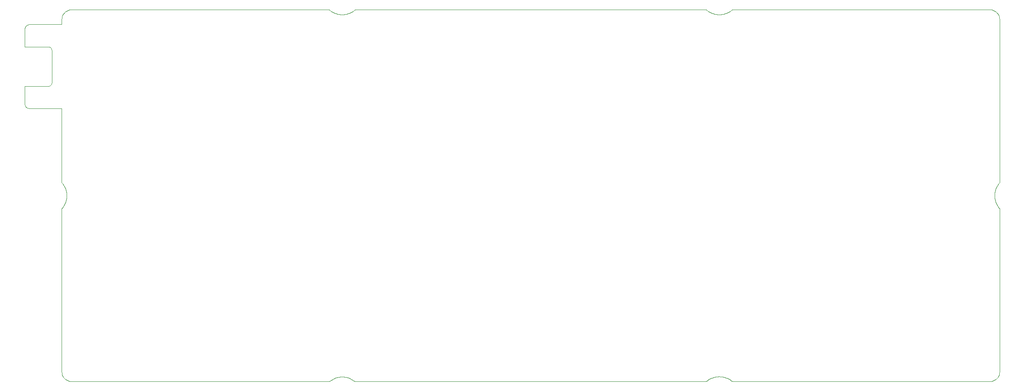
<source format=gbr>
G04 #@! TF.GenerationSoftware,KiCad,Pcbnew,(5.1.6-0-10_14)*
G04 #@! TF.CreationDate,2020-08-01T09:55:55+09:00*
G04 #@! TF.ProjectId,reviung33,72657669-756e-4673-9333-2e6b69636164,1.1.1*
G04 #@! TF.SameCoordinates,Original*
G04 #@! TF.FileFunction,Profile,NP*
%FSLAX46Y46*%
G04 Gerber Fmt 4.6, Leading zero omitted, Abs format (unit mm)*
G04 Created by KiCad (PCBNEW (5.1.6-0-10_14)) date 2020-08-01 09:55:55*
%MOMM*%
%LPD*%
G01*
G04 APERTURE LIST*
G04 #@! TA.AperFunction,Profile*
%ADD10C,0.100000*%
G04 #@! TD*
G04 APERTURE END LIST*
D10*
X215430007Y-66260933D02*
X215316513Y-66126282D01*
X215316513Y-66126282D02*
X215208874Y-65986722D01*
X215208874Y-65986722D02*
X215107292Y-65842438D01*
X215107292Y-65842438D02*
X215011969Y-65693615D01*
X215011969Y-65693615D02*
X214923108Y-65540441D01*
X214923108Y-65540441D02*
X214840911Y-65383099D01*
X214840911Y-65383099D02*
X214765581Y-65221775D01*
X214765581Y-65221775D02*
X214697321Y-65056656D01*
X214697321Y-65056656D02*
X214636332Y-64887927D01*
X214636332Y-64887927D02*
X214582818Y-64715773D01*
X214582818Y-64715773D02*
X214536982Y-64540379D01*
X214536982Y-64540379D02*
X214499025Y-64361933D01*
X214499025Y-64361933D02*
X214469150Y-64180618D01*
X214469150Y-64180618D02*
X214447560Y-63996621D01*
X214447560Y-63996621D02*
X214434458Y-63810127D01*
X214434458Y-63810127D02*
X214430046Y-63621322D01*
X215430007Y-99219989D02*
X215430007Y-66260933D01*
X213430000Y-101219996D02*
X213532919Y-101217393D01*
X213532919Y-101217393D02*
X213634487Y-101209670D01*
X213634487Y-101209670D02*
X213734578Y-101196951D01*
X213734578Y-101196951D02*
X213833067Y-101179363D01*
X213833067Y-101179363D02*
X214024736Y-101130080D01*
X214024736Y-101130080D02*
X214208488Y-101062827D01*
X214208488Y-101062827D02*
X214383317Y-100978608D01*
X214383317Y-100978608D02*
X214548217Y-100878429D01*
X214548217Y-100878429D02*
X214702185Y-100763295D01*
X214702185Y-100763295D02*
X214844214Y-100634211D01*
X214844214Y-100634211D02*
X214973298Y-100492183D01*
X214973298Y-100492183D02*
X215088434Y-100338216D01*
X215088434Y-100338216D02*
X215188614Y-100173315D01*
X215188614Y-100173315D02*
X215272834Y-99998486D01*
X215272834Y-99998486D02*
X215340089Y-99814733D01*
X215340089Y-99814733D02*
X215389373Y-99623063D01*
X215389373Y-99623063D02*
X215406962Y-99524572D01*
X215406962Y-99524572D02*
X215419681Y-99424479D01*
X215419681Y-99424479D02*
X215427404Y-99322910D01*
X215427404Y-99322910D02*
X215430007Y-99219989D01*
X161409467Y-101219996D02*
X213430000Y-101219996D01*
X158780041Y-100229295D02*
X158967929Y-100233662D01*
X158967929Y-100233662D02*
X159153534Y-100246633D01*
X159153534Y-100246633D02*
X159336670Y-100268008D01*
X159336670Y-100268008D02*
X159517155Y-100297587D01*
X159517155Y-100297587D02*
X159694806Y-100335172D01*
X159694806Y-100335172D02*
X159869439Y-100380563D01*
X159869439Y-100380563D02*
X160040871Y-100433561D01*
X160040871Y-100433561D02*
X160208918Y-100493966D01*
X160208918Y-100493966D02*
X160373398Y-100561581D01*
X160373398Y-100561581D02*
X160534127Y-100636205D01*
X160534127Y-100636205D02*
X160690921Y-100717639D01*
X160690921Y-100717639D02*
X160843599Y-100805685D01*
X160843599Y-100805685D02*
X160991975Y-100900143D01*
X160991975Y-100900143D02*
X161135867Y-101000813D01*
X161135867Y-101000813D02*
X161275092Y-101107497D01*
X161275092Y-101107497D02*
X161409467Y-101219996D01*
X156150636Y-101219996D02*
X156285010Y-101107497D01*
X156285010Y-101107497D02*
X156424234Y-101000813D01*
X156424234Y-101000813D02*
X156568125Y-100900143D01*
X156568125Y-100900143D02*
X156716501Y-100805685D01*
X156716501Y-100805685D02*
X156869176Y-100717639D01*
X156869176Y-100717639D02*
X157025969Y-100636205D01*
X157025969Y-100636205D02*
X157186696Y-100561581D01*
X157186696Y-100561581D02*
X157351174Y-100493966D01*
X157351174Y-100493966D02*
X157519219Y-100433561D01*
X157519219Y-100433561D02*
X157690649Y-100380563D01*
X157690649Y-100380563D02*
X157865280Y-100335172D01*
X157865280Y-100335172D02*
X158042929Y-100297587D01*
X158042929Y-100297587D02*
X158223413Y-100268008D01*
X158223413Y-100268008D02*
X158406548Y-100246633D01*
X158406548Y-100246633D02*
X158592152Y-100233662D01*
X158592152Y-100233662D02*
X158780041Y-100229295D01*
X85137098Y-101219996D02*
X156150636Y-101219996D01*
X82580062Y-100295074D02*
X82761450Y-100299120D01*
X82761450Y-100299120D02*
X82940756Y-100311143D01*
X82940756Y-100311143D02*
X83117808Y-100330969D01*
X83117808Y-100330969D02*
X83292437Y-100358426D01*
X83292437Y-100358426D02*
X83464473Y-100393340D01*
X83464473Y-100393340D02*
X83633746Y-100435538D01*
X83633746Y-100435538D02*
X83800085Y-100484846D01*
X83800085Y-100484846D02*
X83963322Y-100541091D01*
X83963322Y-100541091D02*
X84123285Y-100604100D01*
X84123285Y-100604100D02*
X84279805Y-100673700D01*
X84279805Y-100673700D02*
X84432711Y-100749717D01*
X84432711Y-100749717D02*
X84581835Y-100831978D01*
X84581835Y-100831978D02*
X84727005Y-100920309D01*
X84727005Y-100920309D02*
X84868053Y-101014538D01*
X84868053Y-101014538D02*
X85004807Y-101114492D01*
X85004807Y-101114492D02*
X85137098Y-101219996D01*
X80023005Y-101219996D02*
X80155296Y-101114492D01*
X80155296Y-101114492D02*
X80292050Y-101014538D01*
X80292050Y-101014538D02*
X80433099Y-100920309D01*
X80433099Y-100920309D02*
X80578270Y-100831978D01*
X80578270Y-100831978D02*
X80727396Y-100749717D01*
X80727396Y-100749717D02*
X80880304Y-100673700D01*
X80880304Y-100673700D02*
X81036826Y-100604100D01*
X81036826Y-100604100D02*
X81196791Y-100541091D01*
X81196791Y-100541091D02*
X81360030Y-100484846D01*
X81360030Y-100484846D02*
X81526371Y-100435538D01*
X81526371Y-100435538D02*
X81695646Y-100393340D01*
X81695646Y-100393340D02*
X81867683Y-100358426D01*
X81867683Y-100358426D02*
X82042314Y-100330969D01*
X82042314Y-100330969D02*
X82219367Y-100311143D01*
X82219367Y-100311143D02*
X82398673Y-100299120D01*
X82398673Y-100299120D02*
X82580062Y-100295074D01*
X27929996Y-101219996D02*
X80023005Y-101219996D01*
X25929989Y-99219989D02*
X25932591Y-99322910D01*
X25932591Y-99322910D02*
X25940314Y-99424479D01*
X25940314Y-99424479D02*
X25953033Y-99524572D01*
X25953033Y-99524572D02*
X25970622Y-99623063D01*
X25970622Y-99623063D02*
X26019906Y-99814733D01*
X26019906Y-99814733D02*
X26087161Y-99998486D01*
X26087161Y-99998486D02*
X26171381Y-100173315D01*
X26171381Y-100173315D02*
X26271561Y-100338216D01*
X26271561Y-100338216D02*
X26386697Y-100492183D01*
X26386697Y-100492183D02*
X26515781Y-100634211D01*
X26515781Y-100634211D02*
X26657810Y-100763295D01*
X26657810Y-100763295D02*
X26811778Y-100878429D01*
X26811778Y-100878429D02*
X26976678Y-100978608D01*
X26976678Y-100978608D02*
X27151507Y-101062827D01*
X27151507Y-101062827D02*
X27335259Y-101130080D01*
X27335259Y-101130080D02*
X27526928Y-101179363D01*
X27526928Y-101179363D02*
X27625417Y-101196951D01*
X27625417Y-101196951D02*
X27725508Y-101209670D01*
X27725508Y-101209670D02*
X27827076Y-101217393D01*
X27827076Y-101217393D02*
X27929996Y-101219996D01*
X25929989Y-66261062D02*
X25929989Y-99219989D01*
X215430007Y-28020007D02*
X215427404Y-27917085D01*
X215427404Y-27917085D02*
X215419681Y-27815516D01*
X215419681Y-27815516D02*
X215406962Y-27715423D01*
X215406962Y-27715423D02*
X215389373Y-27616932D01*
X215389373Y-27616932D02*
X215340089Y-27425262D01*
X215340089Y-27425262D02*
X215272834Y-27241509D01*
X215272834Y-27241509D02*
X215188614Y-27066680D01*
X215188614Y-27066680D02*
X215088434Y-26901779D01*
X215088434Y-26901779D02*
X214973298Y-26747812D01*
X214973298Y-26747812D02*
X214844214Y-26605784D01*
X214844214Y-26605784D02*
X214702185Y-26476700D01*
X214702185Y-26476700D02*
X214548217Y-26361566D01*
X214548217Y-26361566D02*
X214383317Y-26261387D01*
X214383317Y-26261387D02*
X214208488Y-26177168D01*
X214208488Y-26177168D02*
X214024736Y-26109915D01*
X214024736Y-26109915D02*
X213833067Y-26060632D01*
X213833067Y-26060632D02*
X213734578Y-26043044D01*
X213734578Y-26043044D02*
X213634487Y-26030325D01*
X213634487Y-26030325D02*
X213532919Y-26022602D01*
X213532919Y-26022602D02*
X213430000Y-26020000D01*
X18430082Y-30017603D02*
X18430082Y-33517604D01*
X19430085Y-29017599D02*
X19327839Y-29022762D01*
X19327839Y-29022762D02*
X19228547Y-29037916D01*
X19228547Y-29037916D02*
X19086248Y-29078280D01*
X19086248Y-29078280D02*
X18953421Y-29138297D01*
X18953421Y-29138297D02*
X18831764Y-29216269D01*
X18831764Y-29216269D02*
X18722974Y-29310499D01*
X18722974Y-29310499D02*
X18628745Y-29419291D01*
X18628745Y-29419291D02*
X18550775Y-29540948D01*
X18550775Y-29540948D02*
X18490761Y-29673774D01*
X18490761Y-29673774D02*
X18450398Y-29816071D01*
X18450398Y-29816071D02*
X18435244Y-29915361D01*
X18435244Y-29915361D02*
X18430082Y-30017603D01*
X25929989Y-29017599D02*
X19430085Y-29017599D01*
X26930057Y-63621322D02*
X26925644Y-63810139D01*
X26925644Y-63810139D02*
X26912540Y-63996645D01*
X26912540Y-63996645D02*
X26890947Y-64180654D01*
X26890947Y-64180654D02*
X26861069Y-64361980D01*
X26861069Y-64361980D02*
X26823108Y-64540438D01*
X26823108Y-64540438D02*
X26777267Y-64715842D01*
X26777267Y-64715842D02*
X26723747Y-64888006D01*
X26723747Y-64888006D02*
X26662752Y-65056745D01*
X26662752Y-65056745D02*
X26594484Y-65221873D01*
X26594484Y-65221873D02*
X26519146Y-65383204D01*
X26519146Y-65383204D02*
X26436940Y-65540553D01*
X26436940Y-65540553D02*
X26348070Y-65693733D01*
X26348070Y-65693733D02*
X26252737Y-65842560D01*
X26252737Y-65842560D02*
X26151144Y-65986848D01*
X26151144Y-65986848D02*
X26043493Y-66126410D01*
X26043493Y-66126410D02*
X25929989Y-66261062D01*
X25929989Y-60981604D02*
X26043493Y-61116255D01*
X26043493Y-61116255D02*
X26151144Y-61255817D01*
X26151144Y-61255817D02*
X26252737Y-61400105D01*
X26252737Y-61400105D02*
X26348070Y-61548931D01*
X26348070Y-61548931D02*
X26436940Y-61702112D01*
X26436940Y-61702112D02*
X26519146Y-61859460D01*
X26519146Y-61859460D02*
X26594484Y-62020791D01*
X26594484Y-62020791D02*
X26662752Y-62185918D01*
X26662752Y-62185918D02*
X26723747Y-62354655D01*
X26723747Y-62354655D02*
X26777267Y-62526818D01*
X26777267Y-62526818D02*
X26823108Y-62702220D01*
X26823108Y-62702220D02*
X26861069Y-62880676D01*
X26861069Y-62880676D02*
X26890947Y-63062000D01*
X26890947Y-63062000D02*
X26912540Y-63246006D01*
X26912540Y-63246006D02*
X26925644Y-63432508D01*
X26925644Y-63432508D02*
X26930057Y-63621322D01*
X25929989Y-46017617D02*
X25929989Y-60981604D01*
X19430085Y-46017617D02*
X25929989Y-46017617D01*
X18430082Y-45017613D02*
X18435244Y-45119854D01*
X18435244Y-45119854D02*
X18450398Y-45219143D01*
X18450398Y-45219143D02*
X18490761Y-45361441D01*
X18490761Y-45361441D02*
X18550775Y-45494266D01*
X18550775Y-45494266D02*
X18628745Y-45615924D01*
X18628745Y-45615924D02*
X18722974Y-45724716D01*
X18722974Y-45724716D02*
X18831764Y-45818946D01*
X18831764Y-45818946D02*
X18953421Y-45896918D01*
X18953421Y-45896918D02*
X19086248Y-45956935D01*
X19086248Y-45956935D02*
X19228547Y-45997299D01*
X19228547Y-45997299D02*
X19327839Y-46012453D01*
X19327839Y-46012453D02*
X19430085Y-46017617D01*
X18430082Y-41517590D02*
X18430082Y-45017613D01*
X23130074Y-41517590D02*
X18430082Y-41517590D01*
X23930089Y-40717596D02*
X23920870Y-40839429D01*
X23920870Y-40839429D02*
X23894121Y-40955492D01*
X23894121Y-40955492D02*
X23851198Y-41064430D01*
X23851198Y-41064430D02*
X23793458Y-41164883D01*
X23793458Y-41164883D02*
X23722258Y-41255497D01*
X23722258Y-41255497D02*
X23638956Y-41334913D01*
X23638956Y-41334913D02*
X23544909Y-41401774D01*
X23544909Y-41401774D02*
X23441474Y-41454723D01*
X23441474Y-41454723D02*
X23330009Y-41492404D01*
X23330009Y-41492404D02*
X23211870Y-41513459D01*
X23211870Y-41513459D02*
X23130074Y-41517590D01*
X23930089Y-34317599D02*
X23930089Y-40717596D01*
X23130074Y-33517604D02*
X23251907Y-33526821D01*
X23251907Y-33526821D02*
X23367972Y-33553569D01*
X23367972Y-33553569D02*
X23476912Y-33596490D01*
X23476912Y-33596490D02*
X23577368Y-33654228D01*
X23577368Y-33654228D02*
X23667984Y-33725425D01*
X23667984Y-33725425D02*
X23747403Y-33808724D01*
X23747403Y-33808724D02*
X23814267Y-33902768D01*
X23814267Y-33902768D02*
X23867219Y-34006201D01*
X23867219Y-34006201D02*
X23904902Y-34117664D01*
X23904902Y-34117664D02*
X23925958Y-34235802D01*
X23925958Y-34235802D02*
X23930089Y-34317599D01*
X18430082Y-33517604D02*
X23130074Y-33517604D01*
X215430007Y-60981733D02*
X215430007Y-28020007D01*
X214430046Y-63621322D02*
X214434458Y-63432517D01*
X214434458Y-63432517D02*
X214447560Y-63246023D01*
X214447560Y-63246023D02*
X214469150Y-63062026D01*
X214469150Y-63062026D02*
X214499025Y-62880711D01*
X214499025Y-62880711D02*
X214536982Y-62702265D01*
X214536982Y-62702265D02*
X214582818Y-62526872D01*
X214582818Y-62526872D02*
X214636332Y-62354719D01*
X214636332Y-62354719D02*
X214697321Y-62185990D01*
X214697321Y-62185990D02*
X214765581Y-62020872D01*
X214765581Y-62020872D02*
X214840911Y-61859550D01*
X214840911Y-61859550D02*
X214923108Y-61702210D01*
X214923108Y-61702210D02*
X215011969Y-61549037D01*
X215011969Y-61549037D02*
X215107292Y-61400218D01*
X215107292Y-61400218D02*
X215208874Y-61255937D01*
X215208874Y-61255937D02*
X215316513Y-61116380D01*
X215316513Y-61116380D02*
X215430007Y-60981733D01*
X82580084Y-27021317D02*
X82391143Y-27016898D01*
X82391143Y-27016898D02*
X82204517Y-27003776D01*
X82204517Y-27003776D02*
X82020391Y-26982155D01*
X82020391Y-26982155D02*
X81838952Y-26952237D01*
X81838952Y-26952237D02*
X81660386Y-26914226D01*
X81660386Y-26914226D02*
X81484879Y-26868325D01*
X81484879Y-26868325D02*
X81312617Y-26814736D01*
X81312617Y-26814736D02*
X81143785Y-26753662D01*
X81143785Y-26753662D02*
X80978571Y-26685308D01*
X80978571Y-26685308D02*
X80817159Y-26609874D01*
X80817159Y-26609874D02*
X80659736Y-26527566D01*
X80659736Y-26527566D02*
X80506488Y-26438585D01*
X80506488Y-26438585D02*
X80357601Y-26343135D01*
X80357601Y-26343135D02*
X80213261Y-26241419D01*
X80213261Y-26241419D02*
X80073654Y-26133639D01*
X80073654Y-26133639D02*
X79938966Y-26020000D01*
X85221180Y-26020000D02*
X85086491Y-26133639D01*
X85086491Y-26133639D02*
X84946884Y-26241419D01*
X84946884Y-26241419D02*
X84802544Y-26343135D01*
X84802544Y-26343135D02*
X84653658Y-26438585D01*
X84653658Y-26438585D02*
X84500410Y-26527566D01*
X84500410Y-26527566D02*
X84342987Y-26609874D01*
X84342987Y-26609874D02*
X84181576Y-26685308D01*
X84181576Y-26685308D02*
X84016363Y-26753662D01*
X84016363Y-26753662D02*
X83847532Y-26814736D01*
X83847532Y-26814736D02*
X83675271Y-26868325D01*
X83675271Y-26868325D02*
X83499766Y-26914226D01*
X83499766Y-26914226D02*
X83321202Y-26952237D01*
X83321202Y-26952237D02*
X83139766Y-26982155D01*
X83139766Y-26982155D02*
X82955643Y-27003776D01*
X82955643Y-27003776D02*
X82769020Y-27016898D01*
X82769020Y-27016898D02*
X82580084Y-27021317D01*
X25929989Y-28020007D02*
X25929989Y-29017599D01*
X27929996Y-26020000D02*
X27827076Y-26022602D01*
X27827076Y-26022602D02*
X27725508Y-26030325D01*
X27725508Y-26030325D02*
X27625417Y-26043044D01*
X27625417Y-26043044D02*
X27526928Y-26060632D01*
X27526928Y-26060632D02*
X27335259Y-26109915D01*
X27335259Y-26109915D02*
X27151507Y-26177168D01*
X27151507Y-26177168D02*
X26976678Y-26261387D01*
X26976678Y-26261387D02*
X26811778Y-26361566D01*
X26811778Y-26361566D02*
X26657810Y-26476700D01*
X26657810Y-26476700D02*
X26515781Y-26605784D01*
X26515781Y-26605784D02*
X26386697Y-26747812D01*
X26386697Y-26747812D02*
X26271561Y-26901779D01*
X26271561Y-26901779D02*
X26171381Y-27066680D01*
X26171381Y-27066680D02*
X26087161Y-27241509D01*
X26087161Y-27241509D02*
X26019906Y-27425262D01*
X26019906Y-27425262D02*
X25970622Y-27616932D01*
X25970622Y-27616932D02*
X25953033Y-27715423D01*
X25953033Y-27715423D02*
X25940314Y-27815516D01*
X25940314Y-27815516D02*
X25932591Y-27917085D01*
X25932591Y-27917085D02*
X25929989Y-28020007D01*
X79938966Y-26020000D02*
X27929996Y-26020000D01*
X156138837Y-26020000D02*
X85221180Y-26020000D01*
X158779933Y-27021317D02*
X158590996Y-27016898D01*
X158590996Y-27016898D02*
X158404373Y-27003776D01*
X158404373Y-27003776D02*
X158220250Y-26982155D01*
X158220250Y-26982155D02*
X158038814Y-26952237D01*
X158038814Y-26952237D02*
X157860250Y-26914226D01*
X157860250Y-26914226D02*
X157684745Y-26868325D01*
X157684745Y-26868325D02*
X157512484Y-26814736D01*
X157512484Y-26814736D02*
X157343654Y-26753662D01*
X157343654Y-26753662D02*
X157178440Y-26685308D01*
X157178440Y-26685308D02*
X157017029Y-26609874D01*
X157017029Y-26609874D02*
X156859606Y-26527566D01*
X156859606Y-26527566D02*
X156706358Y-26438585D01*
X156706358Y-26438585D02*
X156557472Y-26343135D01*
X156557472Y-26343135D02*
X156413132Y-26241419D01*
X156413132Y-26241419D02*
X156273525Y-26133639D01*
X156273525Y-26133639D02*
X156138837Y-26020000D01*
X161421051Y-26020000D02*
X161286362Y-26133639D01*
X161286362Y-26133639D02*
X161146755Y-26241419D01*
X161146755Y-26241419D02*
X161002415Y-26343135D01*
X161002415Y-26343135D02*
X160853528Y-26438585D01*
X160853528Y-26438585D02*
X160700280Y-26527566D01*
X160700280Y-26527566D02*
X160542857Y-26609874D01*
X160542857Y-26609874D02*
X160381445Y-26685308D01*
X160381445Y-26685308D02*
X160216231Y-26753662D01*
X160216231Y-26753662D02*
X160047399Y-26814736D01*
X160047399Y-26814736D02*
X159875137Y-26868325D01*
X159875137Y-26868325D02*
X159699630Y-26914226D01*
X159699630Y-26914226D02*
X159521064Y-26952237D01*
X159521064Y-26952237D02*
X159339625Y-26982155D01*
X159339625Y-26982155D02*
X159155499Y-27003776D01*
X159155499Y-27003776D02*
X158968873Y-27016898D01*
X158968873Y-27016898D02*
X158779933Y-27021317D01*
X213430000Y-26020000D02*
X161421051Y-26020000D01*
M02*

</source>
